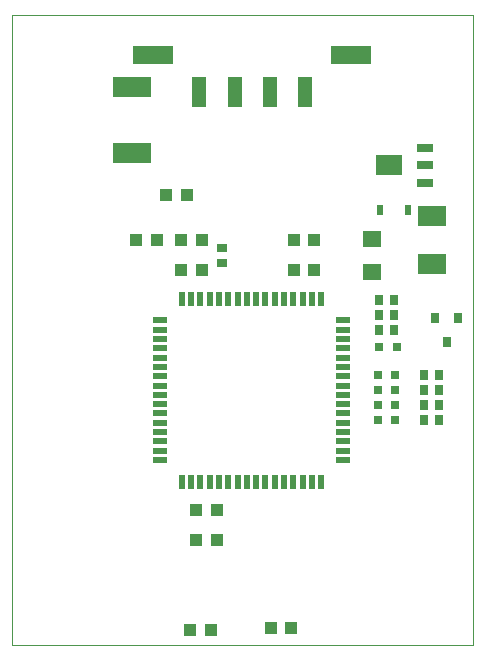
<source format=gtp>
G75*
%MOIN*%
%OFA0B0*%
%FSLAX25Y25*%
%IPPOS*%
%LPD*%
%AMOC8*
5,1,8,0,0,1.08239X$1,22.5*
%
%ADD10C,0.00000*%
%ADD11R,0.02756X0.03543*%
%ADD12R,0.06299X0.05512*%
%ADD13R,0.03150X0.03150*%
%ADD14R,0.04700X0.02200*%
%ADD15R,0.02200X0.04700*%
%ADD16R,0.03543X0.02756*%
%ADD17R,0.04331X0.03937*%
%ADD18R,0.09449X0.07087*%
%ADD19R,0.03100X0.03500*%
%ADD20R,0.12598X0.07087*%
%ADD21R,0.05512X0.03150*%
%ADD22R,0.08661X0.07087*%
%ADD23R,0.13504X0.06496*%
%ADD24R,0.05000X0.10000*%
%ADD25R,0.02480X0.03268*%
D10*
X0003000Y0001800D02*
X0003000Y0211761D01*
X0156701Y0211761D01*
X0156701Y0001800D01*
X0003000Y0001800D01*
D11*
X0125441Y0106800D03*
X0125441Y0111800D03*
X0125441Y0116800D03*
X0130559Y0116800D03*
X0130559Y0111800D03*
X0130559Y0106800D03*
X0140441Y0091800D03*
X0140441Y0086800D03*
X0140441Y0081800D03*
X0140441Y0076800D03*
X0145559Y0076800D03*
X0145559Y0081800D03*
X0145559Y0086800D03*
X0145559Y0091800D03*
D12*
X0123000Y0126288D03*
X0123000Y0137312D03*
D13*
X0125447Y0101200D03*
X0131353Y0101200D03*
X0130953Y0091800D03*
X0130953Y0086800D03*
X0130953Y0081800D03*
X0130953Y0076800D03*
X0125047Y0076800D03*
X0125047Y0081800D03*
X0125047Y0086800D03*
X0125047Y0091800D03*
D14*
X0113550Y0091450D03*
X0113550Y0088350D03*
X0113550Y0085250D03*
X0113550Y0082150D03*
X0113550Y0079050D03*
X0113550Y0075950D03*
X0113550Y0072850D03*
X0113550Y0069750D03*
X0113550Y0066650D03*
X0113550Y0063550D03*
X0113550Y0094550D03*
X0113550Y0097650D03*
X0113550Y0100750D03*
X0113550Y0103850D03*
X0113550Y0106950D03*
X0113550Y0110050D03*
X0052450Y0110050D03*
X0052450Y0106950D03*
X0052450Y0103850D03*
X0052450Y0100750D03*
X0052450Y0097650D03*
X0052450Y0094550D03*
X0052450Y0091450D03*
X0052450Y0088350D03*
X0052450Y0085250D03*
X0052450Y0082150D03*
X0052450Y0079050D03*
X0052450Y0075950D03*
X0052450Y0072850D03*
X0052450Y0069750D03*
X0052450Y0066650D03*
X0052450Y0063550D03*
D15*
X0059750Y0056250D03*
X0062850Y0056250D03*
X0065950Y0056250D03*
X0069050Y0056250D03*
X0072150Y0056250D03*
X0075250Y0056250D03*
X0078350Y0056250D03*
X0081450Y0056250D03*
X0084550Y0056250D03*
X0087650Y0056250D03*
X0090750Y0056250D03*
X0093850Y0056250D03*
X0096950Y0056250D03*
X0100050Y0056250D03*
X0103150Y0056250D03*
X0106250Y0056250D03*
X0106250Y0117350D03*
X0103150Y0117350D03*
X0100050Y0117350D03*
X0096950Y0117350D03*
X0093850Y0117350D03*
X0090750Y0117350D03*
X0087650Y0117350D03*
X0084550Y0117350D03*
X0081450Y0117350D03*
X0078350Y0117350D03*
X0075250Y0117350D03*
X0072150Y0117350D03*
X0069050Y0117350D03*
X0065950Y0117350D03*
X0062850Y0117350D03*
X0059750Y0117350D03*
D16*
X0073000Y0129241D03*
X0073000Y0134359D03*
D17*
X0066346Y0136800D03*
X0059654Y0136800D03*
X0051346Y0136800D03*
X0044654Y0136800D03*
X0054654Y0151800D03*
X0061346Y0151800D03*
X0059654Y0126800D03*
X0066346Y0126800D03*
X0097154Y0126800D03*
X0103846Y0126800D03*
X0103846Y0136800D03*
X0097154Y0136800D03*
X0071346Y0046800D03*
X0064654Y0046800D03*
X0064654Y0036800D03*
X0071346Y0036800D03*
X0069346Y0007000D03*
X0062654Y0007000D03*
X0089554Y0007600D03*
X0096246Y0007600D03*
D18*
X0143000Y0128828D03*
X0143000Y0144772D03*
D19*
X0144300Y0110800D03*
X0151900Y0110800D03*
X0148100Y0102800D03*
D20*
X0043000Y0165776D03*
X0043000Y0187824D03*
D21*
X0140795Y0167706D03*
X0140795Y0161800D03*
X0140795Y0155894D03*
D22*
X0128669Y0161800D03*
D23*
X0116248Y0198552D03*
X0050224Y0198552D03*
D24*
X0065520Y0186229D03*
X0077331Y0186229D03*
X0089142Y0186229D03*
X0100953Y0186229D03*
D25*
X0125972Y0146900D03*
X0135028Y0146900D03*
M02*

</source>
